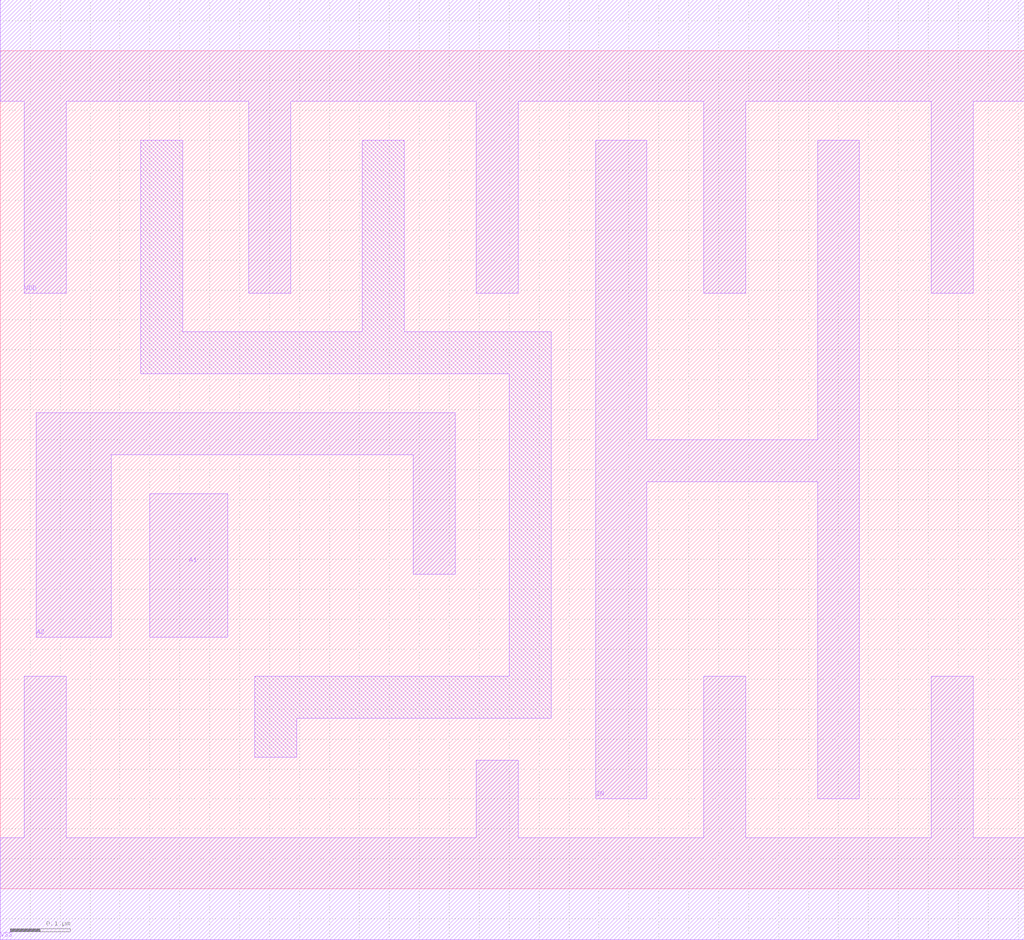
<source format=lef>
# 
# ******************************************************************************
# *                                                                            *
# *                   Copyright (C) 2004-2010, Nangate Inc.                    *
# *                           All rights reserved.                             *
# *                                                                            *
# * Nangate and the Nangate logo are trademarks of Nangate Inc.                *
# *                                                                            *
# * All trademarks, logos, software marks, and trade names (collectively the   *
# * "Marks") in this program are proprietary to Nangate or other respective    *
# * owners that have granted Nangate the right and license to use such Marks.  *
# * You are not permitted to use the Marks without the prior written consent   *
# * of Nangate or such third party that may own the Marks.                     *
# *                                                                            *
# * This file has been provided pursuant to a License Agreement containing     *
# * restrictions on its use. This file contains valuable trade secrets and     *
# * proprietary information of Nangate Inc., and is protected by U.S. and      *
# * international laws and/or treaties.                                        *
# *                                                                            *
# * The copyright notice(s) in this file does not indicate actual or intended  *
# * publication of this file.                                                  *
# *                                                                            *
# *     NGLibraryCreator, v2010.08-HR32-SP3-2010-08-05 - build 1009061800      *
# *                                                                            *
# ******************************************************************************
# 
# 
# Running on brazil06.nangate.com.br for user Giancarlo Franciscatto (gfr).
# Local time is now Fri, 3 Dec 2010, 19:32:18.
# Main process id is 27821.

VERSION 5.6 ;
BUSBITCHARS "[]" ;
DIVIDERCHAR "/" ;

MACRO AND2_X4
  CLASS core ;
  FOREIGN AND2_X4 0.0 0.0 ;
  ORIGIN 0 0 ;
  SYMMETRY X Y ;
  SITE FreePDK45_38x28_10R_NP_162NW_34O ;
  SIZE 1.71 BY 1.4 ;
  PIN A1
    DIRECTION INPUT ;
    ANTENNAPARTIALMETALAREA 0.0312 LAYER metal1 ;
    ANTENNAPARTIALMETALSIDEAREA 0.0962 LAYER metal1 ;
    ANTENNAGATEAREA 0.1045 ;
    PORT
      LAYER metal1 ;
        POLYGON 0.25 0.42 0.38 0.42 0.38 0.66 0.25 0.66  ;
    END
  END A1
  PIN A2
    DIRECTION INPUT ;
    ANTENNAPARTIALMETALAREA 0.101125 LAYER metal1 ;
    ANTENNAPARTIALMETALSIDEAREA 0.3315 LAYER metal1 ;
    ANTENNAGATEAREA 0.1045 ;
    PORT
      LAYER metal1 ;
        POLYGON 0.06 0.42 0.185 0.42 0.185 0.725 0.69 0.725 0.69 0.525 0.76 0.525 0.76 0.795 0.06 0.795  ;
    END
  END A2
  PIN ZN
    DIRECTION OUTPUT ;
    ANTENNAPARTIALMETALAREA 0.19045 LAYER metal1 ;
    ANTENNAPARTIALMETALSIDEAREA 0.6682 LAYER metal1 ;
    ANTENNADIFFAREA 0.2926 ;
    PORT
      LAYER metal1 ;
        POLYGON 0.995 0.15 1.08 0.15 1.08 0.68 1.365 0.68 1.365 0.15 1.435 0.15 1.435 1.25 1.365 1.25 1.365 0.75 1.08 0.75 1.08 1.25 0.995 1.25  ;
    END
  END ZN
  PIN VDD
    DIRECTION INOUT ;
    USE power ;
    SHAPE ABUTMENT ;
    PORT
      LAYER metal1 ;
        POLYGON 0 1.315 0.04 1.315 0.04 0.995 0.11 0.995 0.11 1.315 0.415 1.315 0.415 0.995 0.485 0.995 0.485 1.315 0.795 1.315 0.795 0.995 0.865 0.995 0.865 1.315 0.92 1.315 1.175 1.315 1.175 0.995 1.245 0.995 1.245 1.315 1.555 1.315 1.555 0.995 1.625 0.995 1.625 1.315 1.71 1.315 1.71 1.485 0.92 1.485 0 1.485  ;
    END
  END VDD
  PIN VSS
    DIRECTION INOUT ;
    USE ground ;
    SHAPE ABUTMENT ;
    PORT
      LAYER metal1 ;
        POLYGON 0 -0.085 1.71 -0.085 1.71 0.085 1.625 0.085 1.625 0.355 1.555 0.355 1.555 0.085 1.245 0.085 1.245 0.355 1.175 0.355 1.175 0.085 0.865 0.085 0.865 0.215 0.795 0.215 0.795 0.085 0.11 0.085 0.11 0.355 0.04 0.355 0.04 0.085 0 0.085  ;
    END
  END VSS
  OBS
      LAYER metal1 ;
        POLYGON 0.235 0.86 0.85 0.86 0.85 0.355 0.425 0.355 0.425 0.22 0.495 0.22 0.495 0.285 0.92 0.285 0.92 0.93 0.675 0.93 0.675 1.25 0.605 1.25 0.605 0.93 0.305 0.93 0.305 1.25 0.235 1.25  ;
  END
END AND2_X4

END LIBRARY
#
# End of file
#

</source>
